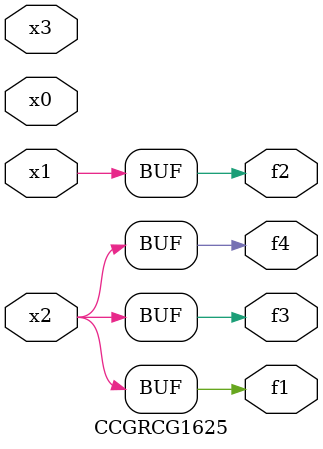
<source format=v>
module CCGRCG1625(
	input x0, x1, x2, x3,
	output f1, f2, f3, f4
);
	assign f1 = x2;
	assign f2 = x1;
	assign f3 = x2;
	assign f4 = x2;
endmodule

</source>
